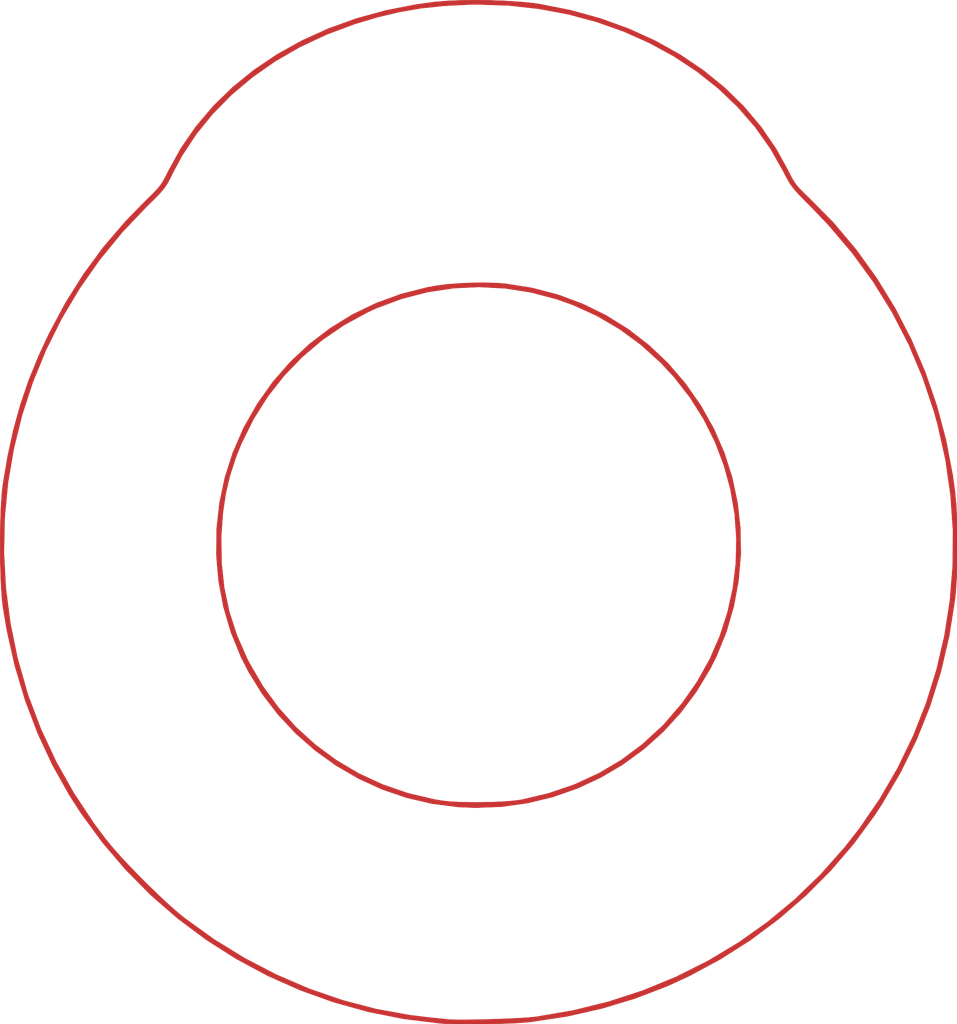
<source format=kicad_pcb>

(kicad_pcb (version 4) (host pcbnew 4.0.7)

	(general
		(links 0)
		(no_connects 0)
		(area 77.052499 41.877835 92.193313 53.630501)
		(thickness 1.6)
		(drawings 8)
		(tracks 0)
		(zones 0)
		(modules 1)
		(nets 1)
	)

	(page A4)
	(layers
		(0 F.Cu signal)
		(31 B.Cu signal)
		(32 B.Adhes user)
		(33 F.Adhes user)
		(34 B.Paste user)
		(35 F.Paste user)
		(36 B.SilkS user)
		(37 F.SilkS user)
		(38 B.Mask user)
		(39 F.Mask user)
		(40 Dwgs.User user)
		(41 Cmts.User user)
		(42 Eco1.User user)
		(43 Eco2.User user)
		(44 Edge.Cuts user)
		(45 Margin user)
		(46 B.CrtYd user)
		(47 F.CrtYd user)
		(48 B.Fab user)
		(49 F.Fab user)
	)

	(setup
		(last_trace_width 0.25)
		(trace_clearance 0.2)
		(zone_clearance 0.508)
		(zone_45_only no)
		(trace_min 0.2)
		(segment_width 0.2)
		(edge_width 0.15)
		(via_size 0.6)
		(via_drill 0.4)
		(via_min_size 0.4)
		(via_min_drill 0.3)
		(uvia_size 0.3)
		(uvia_drill 0.1)
		(uvias_allowed no)
		(uvia_min_size 0.2)
		(uvia_min_drill 0.1)
		(pcb_text_width 0.3)
		(pcb_text_size 1.5 1.5)
		(mod_edge_width 0.15)
		(mod_text_size 1 1)
		(mod_text_width 0.15)
		(pad_size 1.524 1.524)
		(pad_drill 0.762)
		(pad_to_mask_clearance 0.2)
		(aux_axis_origin 0 0)
		(visible_elements FFFFFF7F)
		(pcbplotparams
			(layerselection 0x010f0_80000001)
			(usegerberextensions false)
			(excludeedgelayer true)
			(linewidth 0.100000)
			(plotframeref false)
			(viasonmask false)
			(mode 1)
			(useauxorigin false)
			(hpglpennumber 1)
			(hpglpenspeed 20)
			(hpglpendiameter 15)
			(hpglpenoverlay 2)
			(psnegative false)
			(psa4output false)
			(plotreference true)
			(plotvalue true)
			(plotinvisibletext false)
			(padsonsilk false)
			(subtractmaskfromsilk false)
			(outputformat 1)
			(mirror false)
			(drillshape 1)
			(scaleselection 1)
			(outputdirectory gerbers/))
	)

	(net 0 "")

	(net_class Default "This is the default net class."
		(clearance 0.2)
		(trace_width 0.25)
		(via_dia 0.6)
		(via_drill 0.4)
		(uvia_dia 0.3)
		(uvia_drill 0.1)
	)
(module LOGO (layer F.Cu)
  (at 0 0)
 (fp_text reference "G***" (at 0 0) (layer F.SilkS) hide
  (effects (font (thickness 0.3)))
  )
  (fp_text value "LOGO" (at 0.75 0) (layer F.SilkS) hide
  (effects (font (thickness 0.3)))
  )
  (fp_poly (pts (xy -5.972750 -15.399021) (xy -5.502064 -15.381674) (xy -5.059474 -15.353106) (xy -4.666570 -15.313732) (xy -4.466166 -15.285499) (xy -3.519536 -15.097728) (xy -2.613165 -14.847004) (xy -1.750528 -14.535646)
     (xy -0.935099 -14.165972) (xy -0.170352 -13.740301) (xy 0.540238 -13.260952) (xy 1.193197 -12.730243) (xy 1.785052 -12.150492) (xy 2.312328 -11.524018) (xy 2.771552 -10.853141) (xy 3.118776 -10.223500)
     (xy 3.216985 -10.029049) (xy 3.301117 -9.880215) (xy 3.387262 -9.755794) (xy 3.491511 -9.634586) (xy 3.629952 -9.495388) (xy 3.777378 -9.355666) (xy 4.525457 -8.596796) (xy 5.214507 -7.779922)
     (xy 5.842029 -6.910074) (xy 6.405520 -5.992280) (xy 6.902481 -5.031569) (xy 7.330411 -4.032970) (xy 7.686808 -3.001512) (xy 7.969173 -1.942225) (xy 8.175003 -0.860136) (xy 8.240329 -0.381000)
     (xy 8.275401 -0.005425) (xy 8.299634 0.431644) (xy 8.313030 0.907732) (xy 8.315589 1.400363) (xy 8.307310 1.887063) (xy 8.288193 2.345356) (xy 8.258238 2.752765) (xy 8.240329 2.921000)
     (xy 8.064644 4.041662) (xy 7.810232 5.131222) (xy 7.476833 6.190373) (xy 7.064191 7.219806) (xy 6.572049 8.220213) (xy 6.000148 9.192284) (xy 5.781856 9.524811) (xy 5.147790 10.389955)
     (xy 4.445903 11.208281) (xy 3.681747 11.975223) (xy 2.860870 12.686215) (xy 1.988825 13.336691) (xy 1.071159 13.922086) (xy 0.113425 14.437833) (xy -0.573646 14.753172) (xy -1.554604 15.128799)
     (xy -2.577623 15.436896) (xy -3.629476 15.674059) (xy -4.696935 15.836880) (xy -4.847166 15.853580) (xy -5.064000 15.871192) (xy -5.344314 15.885924) (xy -5.669506 15.897532) (xy -6.020974 15.905774)
     (xy -6.380115 15.910403) (xy -6.728328 15.911178) (xy -7.047011 15.907853) (xy -7.317561 15.900185) (xy -7.514166 15.888560) (xy -8.626422 15.751565) (xy -9.714710 15.534906) (xy -10.775515 15.240742)
     (xy -11.805325 14.871230) (xy -12.800624 14.428531) (xy -13.757898 13.914804) (xy -14.673634 13.332207) (xy -15.544318 12.682899) (xy -16.366434 11.969040) (xy -17.136470 11.192790) (xy -17.850910 10.356306)
     (xy -18.506242 9.461748) (xy -18.856097 8.920018) (xy -19.377021 7.994616) (xy -19.831718 7.019542) (xy -20.218293 6.000172) (xy -20.534849 4.941881) (xy -20.779489 3.850043) (xy -20.897938 3.132667)
     (xy -20.926371 2.873196) (xy -20.948744 2.547061) (xy -20.965047 2.170544) (xy -20.975272 1.759924) (xy -20.977773 1.500879) (xy -20.862510 1.500879) (xy -20.804773 2.574056) (xy -20.666607 3.647313)
     (xy -20.447006 4.716492) (xy -20.144961 5.777435) (xy -20.109776 5.884139) (xy -19.729971 6.889257) (xy -19.269568 7.873239) (xy -18.730981 8.831613) (xy -18.116622 9.759911) (xy -17.756103 10.244667)
     (xy -17.560274 10.483415) (xy -17.312895 10.762678) (xy -17.027548 11.068875) (xy -16.717813 11.388424) (xy -16.397273 11.707743) (xy -16.079508 12.013252) (xy -15.778100 12.291370) (xy -15.506630 12.528514)
     (xy -15.324666 12.676103) (xy -14.424507 13.322277) (xy -13.487796 13.897574) (xy -12.519710 14.399886) (xy -11.525426 14.827105) (xy -10.510120 15.177121) (xy -9.478968 15.447827) (xy -8.437147 15.637113)
     (xy -7.895166 15.702440) (xy -7.688642 15.723216) (xy -7.498380 15.742723) (xy -7.349346 15.758383) (xy -7.281333 15.765857) (xy -7.146736 15.774292) (xy -6.942956 15.778076) (xy -6.685322 15.777666)
     (xy -6.389164 15.773516) (xy -6.069812 15.766083) (xy -5.742596 15.755823) (xy -5.422844 15.743190) (xy -5.125887 15.728641) (xy -4.867053 15.712632) (xy -4.661673 15.695617) (xy -4.572000 15.685321)
     (xy -3.450689 15.493091) (xy -2.361822 15.224368) (xy -1.308064 14.880706) (xy -0.292081 14.463659) (xy 0.683460 13.974779) (xy 1.615894 13.415619) (xy 2.502554 12.787732) (xy 3.340775 12.092672)
     (xy 4.127890 11.331991) (xy 4.861234 10.507244) (xy 5.318044 9.923792) (xy 5.939394 9.018370) (xy 6.486729 8.075065) (xy 6.959224 7.098491) (xy 7.356054 6.093262) (xy 7.676397 5.063993)
     (xy 7.919426 4.015297) (xy 8.084318 2.951789) (xy 8.170248 1.878083) (xy 8.176392 0.798793) (xy 8.101926 -0.281467) (xy 7.946025 -1.358082) (xy 7.707865 -2.426439) (xy 7.596206 -2.827313)
     (xy 7.244217 -3.876711) (xy 6.817066 -4.887167) (xy 6.314874 -5.858476) (xy 5.737768 -6.790430) (xy 5.085869 -7.682823) (xy 4.359301 -8.535447) (xy 3.889479 -9.025938) (xy 3.671145 -9.245192)
     (xy 3.502829 -9.417842) (xy 3.374318 -9.556789) (xy 3.275397 -9.674933) (xy 3.195855 -9.785174) (xy 3.125479 -9.900413) (xy 3.054054 -10.033550) (xy 2.987465 -10.165276) (xy 2.590446 -10.865546)
     (xy 2.123351 -11.523406) (xy 1.590722 -12.136447) (xy 0.997100 -12.702266) (xy 0.347028 -13.218455) (xy -0.354951 -13.682609) (xy -1.104296 -14.092322) (xy -1.896464 -14.445187) (xy -2.726912 -14.738800)
     (xy -3.591099 -14.970754) (xy -4.484483 -15.138643) (xy -5.402520 -15.240062) (xy -6.340669 -15.272604) (xy -6.646333 -15.268025) (xy -7.394184 -15.230381) (xy -8.089517 -15.156882) (xy -8.758454 -15.043048)
     (xy -9.427115 -14.884396) (xy -10.121622 -14.676447) (xy -10.151021 -14.666806) (xy -11.001258 -14.348978) (xy -11.804477 -13.971655) (xy -12.556775 -13.538036) (xy -13.254246 -13.051320) (xy -13.892988 -12.514708)
     (xy -14.469096 -11.931398) (xy -14.978665 -11.304590) (xy -15.417793 -10.637484) (xy -15.692335 -10.125448) (xy -15.778231 -9.951835) (xy -15.852094 -9.814401) (xy -15.925999 -9.697520) (xy -16.012020 -9.585565)
     (xy -16.122232 -9.462912) (xy -16.268711 -9.313934) (xy -16.463532 -9.123006) (xy -16.477461 -9.109448) (xy -17.237947 -8.311612) (xy -17.929087 -7.467953) (xy -18.549872 -6.582629) (xy -19.099295 -5.659799)
     (xy -19.576350 -4.703622) (xy -19.980028 -3.718254) (xy -20.309322 -2.707856) (xy -20.563224 -1.676585) (xy -20.740728 -0.628600) (xy -20.840826 0.431941) (xy -20.862510 1.500879) (xy -20.977773 1.500879)
     (xy -20.979410 1.331482) (xy -20.977452 0.901498) (xy -20.969390 0.486253) (xy -20.955214 0.102026) (xy -20.934916 -0.234901) (xy -20.908487 -0.508248) (xy -20.899940 -0.571500) (xy -20.753055 -1.446476)
     (xy -20.575951 -2.259745) (xy -20.362725 -3.030697) (xy -20.107477 -3.778725) (xy -19.804305 -4.523220) (xy -19.495650 -5.185833) (xy -18.989956 -6.134591) (xy -18.434092 -7.020370) (xy -17.820742 -7.853214)
     (xy -17.142591 -8.643166) (xy -16.500323 -9.297462) (xy -16.318903 -9.474235) (xy -16.185150 -9.613759) (xy -16.084090 -9.735741) (xy -16.000748 -9.859893) (xy -15.920151 -10.005925) (xy -15.841005 -10.165295)
     (xy -15.449703 -10.875665) (xy -14.987333 -11.544030) (xy -14.457660 -12.167992) (xy -13.864446 -12.745155) (xy -13.211456 -13.273121) (xy -12.502451 -13.749493) (xy -11.741197 -14.171874) (xy -10.931456 -14.537866)
     (xy -10.076992 -14.845073) (xy -9.181568 -15.091097) (xy -8.248949 -15.273541) (xy -7.704666 -15.347876) (xy -7.337490 -15.379574) (xy -6.912052 -15.398386) (xy -6.449942 -15.404730) (xy -5.972750 -15.399021) )(layer F.Cu) (width  0.010000)
  )
  (fp_poly (pts (xy -5.772537 -6.753548) (xy -5.524500 -6.734387) (xy -4.701605 -6.605040) (xy -3.908554 -6.397875) (xy -3.149429 -6.115725) (xy -2.428312 -5.761423) (xy -1.749284 -5.337802) (xy -1.116428 -4.847696)
     (xy -0.533826 -4.293939) (xy -0.005560 -3.679363) (xy 0.464289 -3.006803) (xy 0.859775 -2.302877) (xy 1.180310 -1.569480) (xy 1.423067 -0.809976) (xy 1.588148 -0.031479) (xy 1.675650 0.758893)
     (xy 1.685673 1.554025) (xy 1.618316 2.346800) (xy 1.473678 3.130103) (xy 1.251858 3.896818) (xy 0.952956 4.639828) (xy 0.757607 5.032302) (xy 0.336415 5.734084) (xy -0.146721 6.381334)
     (xy -0.686737 6.971272) (xy -1.278566 7.501117) (xy -1.917143 7.968087) (xy -2.597403 8.369401) (xy -3.314279 8.702279) (xy -4.062706 8.963939) (xy -4.837620 9.151600) (xy -5.633953 9.262481)
     (xy -6.446641 9.293802) (xy -6.963833 9.271500) (xy -7.760786 9.170200) (xy -8.537965 8.989244) (xy -9.289873 8.732428) (xy -10.011014 8.403551) (xy -10.695893 8.006409) (xy -11.339012 7.544801)
     (xy -11.934876 7.022523) (xy -12.477988 6.443372) (xy -12.962851 5.811148) (xy -13.383971 5.129645) (xy -13.614022 4.676816) (xy -13.919880 3.925221) (xy -14.146923 3.151548) (xy -14.295237 2.362609)
     (xy -14.364909 1.565219) (xy -14.358645 1.001824) (xy -14.211934 1.001824) (xy -14.203136 1.801282) (xy -14.122266 2.562948) (xy -13.967073 3.296914) (xy -13.735310 4.013275) (xy -13.424726 4.722124)
     (xy -13.350158 4.869278) (xy -12.936544 5.577437) (xy -12.459766 6.231338) (xy -11.924067 6.827955) (xy -11.333690 7.364262) (xy -10.692878 7.837231) (xy -10.005874 8.243836) (xy -9.276922 8.581051)
     (xy -8.510266 8.845848) (xy -7.710148 9.035202) (xy -7.447558 9.079394) (xy -7.222520 9.103592) (xy -6.935830 9.119379) (xy -6.607748 9.127033) (xy -6.258533 9.126833) (xy -5.908445 9.119053)
     (xy -5.577744 9.103973) (xy -5.286692 9.081869) (xy -5.055546 9.053019) (xy -5.016500 9.046127) (xy -4.187764 8.849462) (xy -3.403735 8.581380) (xy -2.665157 8.242277) (xy -1.972772 7.832549)
     (xy -1.327322 7.352593) (xy -0.729550 6.802807) (xy -0.634502 6.704301) (xy -0.105358 6.087899) (xy 0.350523 5.435058) (xy 0.733206 4.751240) (xy 1.042754 4.041911) (xy 1.279231 3.312532)
     (xy 1.442703 2.568567) (xy 1.533234 1.815480) (xy 1.550886 1.058734) (xy 1.495726 0.303793) (xy 1.367816 -0.443881) (xy 1.167222 -1.178824) (xy 0.894008 -1.895572) (xy 0.548237 -2.588662)
     (xy 0.129974 -3.252632) (xy -0.360717 -3.882016) (xy -0.764065 -4.315935) (xy -1.372659 -4.865827) (xy -2.028084 -5.346095) (xy -2.726683 -5.754502) (xy -3.464800 -6.088813) (xy -3.941487 -6.258156)
     (xy -4.726236 -6.465220) (xy -5.521668 -6.589875) (xy -6.321645 -6.632540) (xy -7.120035 -6.593636) (xy -7.910701 -6.473583) (xy -8.687509 -6.272801) (xy -9.444322 -5.991710) (xy -9.729872 -5.861781)
     (xy -10.449870 -5.470546) (xy -11.119617 -5.012630) (xy -11.735479 -4.492028) (xy -12.293824 -3.912733) (xy -12.791020 -3.278741) (xy -13.223432 -2.594047) (xy -13.587429 -1.862645) (xy -13.762558 -1.427308)
     (xy -13.943728 -0.872487) (xy -14.075508 -0.314947) (xy -14.162251 0.268839) (xy -14.208309 0.902395) (xy -14.211934 1.001824) (xy -14.358645 1.001824) (xy -14.356025 0.766189) (xy -14.268672 -0.027667)
     (xy -14.102935 -0.809537) (xy -13.858902 -1.572607) (xy -13.536660 -2.310065) (xy -13.525072 -2.333136) (xy -13.114419 -3.055963) (xy -12.640815 -3.724223) (xy -12.108324 -4.334919) (xy -11.521009 -4.885055)
     (xy -10.882934 -5.371636) (xy -10.198163 -5.791666) (xy -9.470759 -6.142150) (xy -8.704785 -6.420090) (xy -7.904306 -6.622492) (xy -7.641296 -6.670856) (xy -7.319299 -6.712935) (xy -6.942629 -6.743107)
     (xy -6.540081 -6.760510) (xy -6.140451 -6.764278) (xy -5.772537 -6.753548) )(layer F.Cu) (width  0.010000)
  )
)

)

</source>
